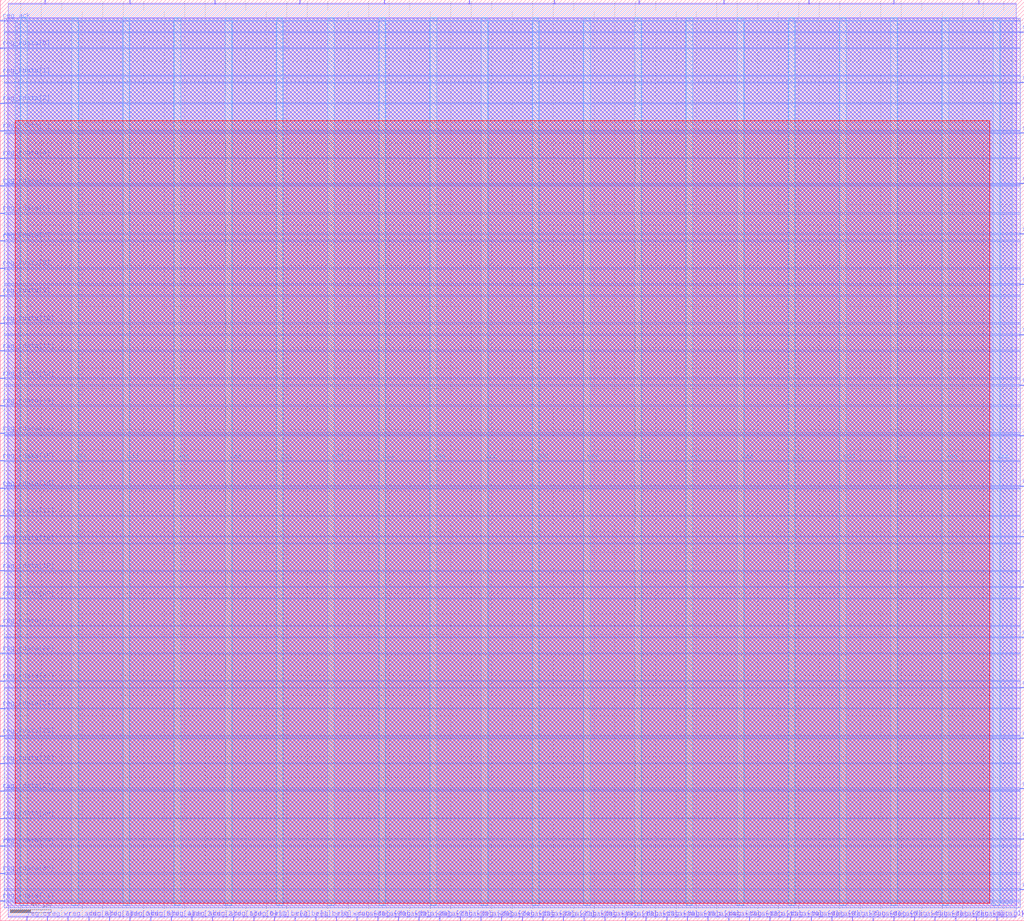
<source format=lef>
VERSION 5.7 ;
  NOWIREEXTENSIONATPIN ON ;
  DIVIDERCHAR "/" ;
  BUSBITCHARS "[]" ;
MACRO uart_i2c_usb_spi_top
  CLASS BLOCK ;
  FOREIGN uart_i2c_usb_spi_top ;
  ORIGIN 0.000 0.000 ;
  SIZE 1000.000 BY 900.000 ;
  PIN app_clk
    DIRECTION INPUT ;
    USE SIGNAL ;
    ANTENNAGATEAREA 0.726000 ;
    ANTENNADIFFAREA 0.410400 ;
    PORT
      LAYER Metal2 ;
        RECT 973.280 0.000 973.840 4.000 ;
    END
  END app_clk
  PIN i2c_rstn
    DIRECTION INPUT ;
    USE SIGNAL ;
    ANTENNAGATEAREA 0.396000 ;
    ANTENNADIFFAREA 0.410400 ;
    PORT
      LAYER Metal2 ;
        RECT 209.440 896.000 210.000 900.000 ;
    END
  END i2c_rstn
  PIN i2cm_intr_o
    DIRECTION OUTPUT TRISTATE ;
    USE SIGNAL ;
    ANTENNADIFFAREA 2.080400 ;
    PORT
      LAYER Metal3 ;
        RECT 996.000 473.760 1000.000 474.320 ;
    END
  END i2cm_intr_o
  PIN reg_ack
    DIRECTION OUTPUT TRISTATE ;
    USE SIGNAL ;
    ANTENNADIFFAREA 1.986000 ;
    PORT
      LAYER Metal3 ;
        RECT 0.000 879.200 4.000 879.760 ;
    END
  END reg_ack
  PIN reg_addr[0]
    DIRECTION INPUT ;
    USE SIGNAL ;
    ANTENNAGATEAREA 0.396000 ;
    ANTENNADIFFAREA 0.410400 ;
    PORT
      LAYER Metal2 ;
        RECT 227.360 0.000 227.920 4.000 ;
    END
  END reg_addr[0]
  PIN reg_addr[1]
    DIRECTION INPUT ;
    USE SIGNAL ;
    ANTENNAGATEAREA 0.396000 ;
    ANTENNADIFFAREA 0.410400 ;
    PORT
      LAYER Metal2 ;
        RECT 207.200 0.000 207.760 4.000 ;
    END
  END reg_addr[1]
  PIN reg_addr[2]
    DIRECTION INPUT ;
    USE SIGNAL ;
    ANTENNAGATEAREA 0.396000 ;
    ANTENNADIFFAREA 0.410400 ;
    PORT
      LAYER Metal2 ;
        RECT 187.040 0.000 187.600 4.000 ;
    END
  END reg_addr[2]
  PIN reg_addr[3]
    DIRECTION INPUT ;
    USE SIGNAL ;
    ANTENNAGATEAREA 0.396000 ;
    ANTENNADIFFAREA 0.410400 ;
    PORT
      LAYER Metal2 ;
        RECT 166.880 0.000 167.440 4.000 ;
    END
  END reg_addr[3]
  PIN reg_addr[4]
    DIRECTION INPUT ;
    USE SIGNAL ;
    ANTENNAGATEAREA 0.396000 ;
    ANTENNADIFFAREA 0.410400 ;
    PORT
      LAYER Metal2 ;
        RECT 146.720 0.000 147.280 4.000 ;
    END
  END reg_addr[4]
  PIN reg_addr[5]
    DIRECTION INPUT ;
    USE SIGNAL ;
    ANTENNAGATEAREA 0.396000 ;
    ANTENNADIFFAREA 0.410400 ;
    PORT
      LAYER Metal2 ;
        RECT 126.560 0.000 127.120 4.000 ;
    END
  END reg_addr[5]
  PIN reg_addr[6]
    DIRECTION INPUT ;
    USE SIGNAL ;
    ANTENNAGATEAREA 0.396000 ;
    ANTENNADIFFAREA 0.410400 ;
    PORT
      LAYER Metal2 ;
        RECT 106.400 0.000 106.960 4.000 ;
    END
  END reg_addr[6]
  PIN reg_addr[7]
    DIRECTION INPUT ;
    USE SIGNAL ;
    ANTENNAGATEAREA 0.396000 ;
    ANTENNADIFFAREA 0.410400 ;
    PORT
      LAYER Metal2 ;
        RECT 86.240 0.000 86.800 4.000 ;
    END
  END reg_addr[7]
  PIN reg_addr[8]
    DIRECTION INPUT ;
    USE SIGNAL ;
    ANTENNAGATEAREA 0.396000 ;
    ANTENNADIFFAREA 0.410400 ;
    PORT
      LAYER Metal2 ;
        RECT 66.080 0.000 66.640 4.000 ;
    END
  END reg_addr[8]
  PIN reg_be[0]
    DIRECTION INPUT ;
    USE SIGNAL ;
    ANTENNAGATEAREA 0.396000 ;
    ANTENNADIFFAREA 0.410400 ;
    PORT
      LAYER Metal2 ;
        RECT 308.000 0.000 308.560 4.000 ;
    END
  END reg_be[0]
  PIN reg_be[1]
    DIRECTION INPUT ;
    USE SIGNAL ;
    ANTENNAGATEAREA 0.396000 ;
    ANTENNADIFFAREA 0.410400 ;
    PORT
      LAYER Metal2 ;
        RECT 287.840 0.000 288.400 4.000 ;
    END
  END reg_be[1]
  PIN reg_be[2]
    DIRECTION INPUT ;
    USE SIGNAL ;
    ANTENNAGATEAREA 0.396000 ;
    ANTENNADIFFAREA 0.410400 ;
    PORT
      LAYER Metal2 ;
        RECT 267.680 0.000 268.240 4.000 ;
    END
  END reg_be[2]
  PIN reg_be[3]
    DIRECTION INPUT ;
    USE SIGNAL ;
    ANTENNAGATEAREA 0.396000 ;
    ANTENNADIFFAREA 0.410400 ;
    PORT
      LAYER Metal2 ;
        RECT 247.520 0.000 248.080 4.000 ;
    END
  END reg_be[3]
  PIN reg_cs
    DIRECTION INPUT ;
    USE SIGNAL ;
    ANTENNAGATEAREA 0.396000 ;
    ANTENNADIFFAREA 0.410400 ;
    PORT
      LAYER Metal2 ;
        RECT 25.760 0.000 26.320 4.000 ;
    END
  END reg_cs
  PIN reg_rdata[0]
    DIRECTION OUTPUT TRISTATE ;
    USE SIGNAL ;
    ANTENNADIFFAREA 1.986000 ;
    PORT
      LAYER Metal3 ;
        RECT 0.000 852.320 4.000 852.880 ;
    END
  END reg_rdata[0]
  PIN reg_rdata[10]
    DIRECTION OUTPUT TRISTATE ;
    USE SIGNAL ;
    ANTENNADIFFAREA 1.986000 ;
    PORT
      LAYER Metal3 ;
        RECT 0.000 583.520 4.000 584.080 ;
    END
  END reg_rdata[10]
  PIN reg_rdata[11]
    DIRECTION OUTPUT TRISTATE ;
    USE SIGNAL ;
    ANTENNADIFFAREA 1.986000 ;
    PORT
      LAYER Metal3 ;
        RECT 0.000 556.640 4.000 557.200 ;
    END
  END reg_rdata[11]
  PIN reg_rdata[12]
    DIRECTION OUTPUT TRISTATE ;
    USE SIGNAL ;
    ANTENNADIFFAREA 2.080400 ;
    PORT
      LAYER Metal3 ;
        RECT 0.000 529.760 4.000 530.320 ;
    END
  END reg_rdata[12]
  PIN reg_rdata[13]
    DIRECTION OUTPUT TRISTATE ;
    USE SIGNAL ;
    ANTENNADIFFAREA 1.986000 ;
    PORT
      LAYER Metal3 ;
        RECT 0.000 502.880 4.000 503.440 ;
    END
  END reg_rdata[13]
  PIN reg_rdata[14]
    DIRECTION OUTPUT TRISTATE ;
    USE SIGNAL ;
    ANTENNADIFFAREA 2.080400 ;
    PORT
      LAYER Metal3 ;
        RECT 0.000 476.000 4.000 476.560 ;
    END
  END reg_rdata[14]
  PIN reg_rdata[15]
    DIRECTION OUTPUT TRISTATE ;
    USE SIGNAL ;
    ANTENNADIFFAREA 2.080400 ;
    PORT
      LAYER Metal3 ;
        RECT 0.000 449.120 4.000 449.680 ;
    END
  END reg_rdata[15]
  PIN reg_rdata[16]
    DIRECTION OUTPUT TRISTATE ;
    USE SIGNAL ;
    ANTENNADIFFAREA 2.080400 ;
    PORT
      LAYER Metal3 ;
        RECT 0.000 422.240 4.000 422.800 ;
    END
  END reg_rdata[16]
  PIN reg_rdata[17]
    DIRECTION OUTPUT TRISTATE ;
    USE SIGNAL ;
    ANTENNADIFFAREA 1.986000 ;
    PORT
      LAYER Metal3 ;
        RECT 0.000 395.360 4.000 395.920 ;
    END
  END reg_rdata[17]
  PIN reg_rdata[18]
    DIRECTION OUTPUT TRISTATE ;
    USE SIGNAL ;
    ANTENNADIFFAREA 2.080400 ;
    PORT
      LAYER Metal3 ;
        RECT 0.000 368.480 4.000 369.040 ;
    END
  END reg_rdata[18]
  PIN reg_rdata[19]
    DIRECTION OUTPUT TRISTATE ;
    USE SIGNAL ;
    ANTENNADIFFAREA 1.986000 ;
    PORT
      LAYER Metal3 ;
        RECT 0.000 341.600 4.000 342.160 ;
    END
  END reg_rdata[19]
  PIN reg_rdata[1]
    DIRECTION OUTPUT TRISTATE ;
    USE SIGNAL ;
    ANTENNADIFFAREA 1.986000 ;
    PORT
      LAYER Metal3 ;
        RECT 0.000 825.440 4.000 826.000 ;
    END
  END reg_rdata[1]
  PIN reg_rdata[20]
    DIRECTION OUTPUT TRISTATE ;
    USE SIGNAL ;
    ANTENNADIFFAREA 1.986000 ;
    PORT
      LAYER Metal3 ;
        RECT 0.000 314.720 4.000 315.280 ;
    END
  END reg_rdata[20]
  PIN reg_rdata[21]
    DIRECTION OUTPUT TRISTATE ;
    USE SIGNAL ;
    ANTENNADIFFAREA 1.986000 ;
    PORT
      LAYER Metal3 ;
        RECT 0.000 287.840 4.000 288.400 ;
    END
  END reg_rdata[21]
  PIN reg_rdata[22]
    DIRECTION OUTPUT TRISTATE ;
    USE SIGNAL ;
    ANTENNADIFFAREA 1.986000 ;
    PORT
      LAYER Metal3 ;
        RECT 0.000 260.960 4.000 261.520 ;
    END
  END reg_rdata[22]
  PIN reg_rdata[23]
    DIRECTION OUTPUT TRISTATE ;
    USE SIGNAL ;
    ANTENNADIFFAREA 2.080400 ;
    PORT
      LAYER Metal3 ;
        RECT 0.000 234.080 4.000 234.640 ;
    END
  END reg_rdata[23]
  PIN reg_rdata[24]
    DIRECTION OUTPUT TRISTATE ;
    USE SIGNAL ;
    ANTENNADIFFAREA 1.986000 ;
    PORT
      LAYER Metal3 ;
        RECT 0.000 207.200 4.000 207.760 ;
    END
  END reg_rdata[24]
  PIN reg_rdata[25]
    DIRECTION OUTPUT TRISTATE ;
    USE SIGNAL ;
    ANTENNADIFFAREA 1.986000 ;
    PORT
      LAYER Metal3 ;
        RECT 0.000 180.320 4.000 180.880 ;
    END
  END reg_rdata[25]
  PIN reg_rdata[26]
    DIRECTION OUTPUT TRISTATE ;
    USE SIGNAL ;
    ANTENNADIFFAREA 2.080400 ;
    PORT
      LAYER Metal3 ;
        RECT 0.000 153.440 4.000 154.000 ;
    END
  END reg_rdata[26]
  PIN reg_rdata[27]
    DIRECTION OUTPUT TRISTATE ;
    USE SIGNAL ;
    ANTENNADIFFAREA 2.080400 ;
    PORT
      LAYER Metal3 ;
        RECT 0.000 126.560 4.000 127.120 ;
    END
  END reg_rdata[27]
  PIN reg_rdata[28]
    DIRECTION OUTPUT TRISTATE ;
    USE SIGNAL ;
    ANTENNADIFFAREA 2.080400 ;
    PORT
      LAYER Metal3 ;
        RECT 0.000 99.680 4.000 100.240 ;
    END
  END reg_rdata[28]
  PIN reg_rdata[29]
    DIRECTION OUTPUT TRISTATE ;
    USE SIGNAL ;
    ANTENNADIFFAREA 1.986000 ;
    PORT
      LAYER Metal3 ;
        RECT 0.000 72.800 4.000 73.360 ;
    END
  END reg_rdata[29]
  PIN reg_rdata[2]
    DIRECTION OUTPUT TRISTATE ;
    USE SIGNAL ;
    ANTENNADIFFAREA 1.986000 ;
    PORT
      LAYER Metal3 ;
        RECT 0.000 798.560 4.000 799.120 ;
    END
  END reg_rdata[2]
  PIN reg_rdata[30]
    DIRECTION OUTPUT TRISTATE ;
    USE SIGNAL ;
    ANTENNADIFFAREA 1.986000 ;
    PORT
      LAYER Metal3 ;
        RECT 0.000 45.920 4.000 46.480 ;
    END
  END reg_rdata[30]
  PIN reg_rdata[31]
    DIRECTION OUTPUT TRISTATE ;
    USE SIGNAL ;
    ANTENNADIFFAREA 1.986000 ;
    PORT
      LAYER Metal3 ;
        RECT 0.000 19.040 4.000 19.600 ;
    END
  END reg_rdata[31]
  PIN reg_rdata[3]
    DIRECTION OUTPUT TRISTATE ;
    USE SIGNAL ;
    ANTENNADIFFAREA 1.986000 ;
    PORT
      LAYER Metal3 ;
        RECT 0.000 771.680 4.000 772.240 ;
    END
  END reg_rdata[3]
  PIN reg_rdata[4]
    DIRECTION OUTPUT TRISTATE ;
    USE SIGNAL ;
    ANTENNADIFFAREA 1.986000 ;
    PORT
      LAYER Metal3 ;
        RECT 0.000 744.800 4.000 745.360 ;
    END
  END reg_rdata[4]
  PIN reg_rdata[5]
    DIRECTION OUTPUT TRISTATE ;
    USE SIGNAL ;
    ANTENNADIFFAREA 1.986000 ;
    PORT
      LAYER Metal3 ;
        RECT 0.000 717.920 4.000 718.480 ;
    END
  END reg_rdata[5]
  PIN reg_rdata[6]
    DIRECTION OUTPUT TRISTATE ;
    USE SIGNAL ;
    ANTENNADIFFAREA 1.986000 ;
    PORT
      LAYER Metal3 ;
        RECT 0.000 691.040 4.000 691.600 ;
    END
  END reg_rdata[6]
  PIN reg_rdata[7]
    DIRECTION OUTPUT TRISTATE ;
    USE SIGNAL ;
    ANTENNADIFFAREA 1.986000 ;
    PORT
      LAYER Metal3 ;
        RECT 0.000 664.160 4.000 664.720 ;
    END
  END reg_rdata[7]
  PIN reg_rdata[8]
    DIRECTION OUTPUT TRISTATE ;
    USE SIGNAL ;
    ANTENNADIFFAREA 1.986000 ;
    PORT
      LAYER Metal3 ;
        RECT 0.000 637.280 4.000 637.840 ;
    END
  END reg_rdata[8]
  PIN reg_rdata[9]
    DIRECTION OUTPUT TRISTATE ;
    USE SIGNAL ;
    ANTENNADIFFAREA 2.080400 ;
    PORT
      LAYER Metal3 ;
        RECT 0.000 610.400 4.000 610.960 ;
    END
  END reg_rdata[9]
  PIN reg_wdata[0]
    DIRECTION INPUT ;
    USE SIGNAL ;
    ANTENNAGATEAREA 0.396000 ;
    ANTENNADIFFAREA 0.410400 ;
    PORT
      LAYER Metal2 ;
        RECT 953.120 0.000 953.680 4.000 ;
    END
  END reg_wdata[0]
  PIN reg_wdata[10]
    DIRECTION INPUT ;
    USE SIGNAL ;
    ANTENNAGATEAREA 0.396000 ;
    ANTENNADIFFAREA 0.410400 ;
    PORT
      LAYER Metal2 ;
        RECT 751.520 0.000 752.080 4.000 ;
    END
  END reg_wdata[10]
  PIN reg_wdata[11]
    DIRECTION INPUT ;
    USE SIGNAL ;
    ANTENNAGATEAREA 0.396000 ;
    ANTENNADIFFAREA 0.410400 ;
    PORT
      LAYER Metal2 ;
        RECT 731.360 0.000 731.920 4.000 ;
    END
  END reg_wdata[11]
  PIN reg_wdata[12]
    DIRECTION INPUT ;
    USE SIGNAL ;
    ANTENNAGATEAREA 0.396000 ;
    ANTENNADIFFAREA 0.410400 ;
    PORT
      LAYER Metal2 ;
        RECT 711.200 0.000 711.760 4.000 ;
    END
  END reg_wdata[12]
  PIN reg_wdata[13]
    DIRECTION INPUT ;
    USE SIGNAL ;
    ANTENNAGATEAREA 0.396000 ;
    ANTENNADIFFAREA 0.410400 ;
    PORT
      LAYER Metal2 ;
        RECT 691.040 0.000 691.600 4.000 ;
    END
  END reg_wdata[13]
  PIN reg_wdata[14]
    DIRECTION INPUT ;
    USE SIGNAL ;
    ANTENNAGATEAREA 0.396000 ;
    ANTENNADIFFAREA 0.410400 ;
    PORT
      LAYER Metal2 ;
        RECT 670.880 0.000 671.440 4.000 ;
    END
  END reg_wdata[14]
  PIN reg_wdata[15]
    DIRECTION INPUT ;
    USE SIGNAL ;
    ANTENNAGATEAREA 0.396000 ;
    ANTENNADIFFAREA 0.410400 ;
    PORT
      LAYER Metal2 ;
        RECT 650.720 0.000 651.280 4.000 ;
    END
  END reg_wdata[15]
  PIN reg_wdata[16]
    DIRECTION INPUT ;
    USE SIGNAL ;
    ANTENNAGATEAREA 0.396000 ;
    ANTENNADIFFAREA 0.410400 ;
    PORT
      LAYER Metal2 ;
        RECT 630.560 0.000 631.120 4.000 ;
    END
  END reg_wdata[16]
  PIN reg_wdata[17]
    DIRECTION INPUT ;
    USE SIGNAL ;
    ANTENNAGATEAREA 0.396000 ;
    ANTENNADIFFAREA 0.410400 ;
    PORT
      LAYER Metal2 ;
        RECT 610.400 0.000 610.960 4.000 ;
    END
  END reg_wdata[17]
  PIN reg_wdata[18]
    DIRECTION INPUT ;
    USE SIGNAL ;
    ANTENNAGATEAREA 0.396000 ;
    ANTENNADIFFAREA 0.410400 ;
    PORT
      LAYER Metal2 ;
        RECT 590.240 0.000 590.800 4.000 ;
    END
  END reg_wdata[18]
  PIN reg_wdata[19]
    DIRECTION INPUT ;
    USE SIGNAL ;
    ANTENNAGATEAREA 0.396000 ;
    ANTENNADIFFAREA 0.410400 ;
    PORT
      LAYER Metal2 ;
        RECT 570.080 0.000 570.640 4.000 ;
    END
  END reg_wdata[19]
  PIN reg_wdata[1]
    DIRECTION INPUT ;
    USE SIGNAL ;
    ANTENNAGATEAREA 0.396000 ;
    ANTENNADIFFAREA 0.410400 ;
    PORT
      LAYER Metal2 ;
        RECT 932.960 0.000 933.520 4.000 ;
    END
  END reg_wdata[1]
  PIN reg_wdata[20]
    DIRECTION INPUT ;
    USE SIGNAL ;
    ANTENNAGATEAREA 0.396000 ;
    ANTENNADIFFAREA 0.410400 ;
    PORT
      LAYER Metal2 ;
        RECT 549.920 0.000 550.480 4.000 ;
    END
  END reg_wdata[20]
  PIN reg_wdata[21]
    DIRECTION INPUT ;
    USE SIGNAL ;
    ANTENNAGATEAREA 0.396000 ;
    ANTENNADIFFAREA 0.410400 ;
    PORT
      LAYER Metal2 ;
        RECT 529.760 0.000 530.320 4.000 ;
    END
  END reg_wdata[21]
  PIN reg_wdata[22]
    DIRECTION INPUT ;
    USE SIGNAL ;
    ANTENNAGATEAREA 0.396000 ;
    ANTENNADIFFAREA 0.410400 ;
    PORT
      LAYER Metal2 ;
        RECT 509.600 0.000 510.160 4.000 ;
    END
  END reg_wdata[22]
  PIN reg_wdata[23]
    DIRECTION INPUT ;
    USE SIGNAL ;
    ANTENNAGATEAREA 0.396000 ;
    ANTENNADIFFAREA 0.410400 ;
    PORT
      LAYER Metal2 ;
        RECT 489.440 0.000 490.000 4.000 ;
    END
  END reg_wdata[23]
  PIN reg_wdata[24]
    DIRECTION INPUT ;
    USE SIGNAL ;
    ANTENNAGATEAREA 0.396000 ;
    ANTENNADIFFAREA 0.410400 ;
    PORT
      LAYER Metal2 ;
        RECT 469.280 0.000 469.840 4.000 ;
    END
  END reg_wdata[24]
  PIN reg_wdata[25]
    DIRECTION INPUT ;
    USE SIGNAL ;
    ANTENNAGATEAREA 0.396000 ;
    ANTENNADIFFAREA 0.410400 ;
    PORT
      LAYER Metal2 ;
        RECT 449.120 0.000 449.680 4.000 ;
    END
  END reg_wdata[25]
  PIN reg_wdata[26]
    DIRECTION INPUT ;
    USE SIGNAL ;
    ANTENNAGATEAREA 0.396000 ;
    ANTENNADIFFAREA 0.410400 ;
    PORT
      LAYER Metal2 ;
        RECT 428.960 0.000 429.520 4.000 ;
    END
  END reg_wdata[26]
  PIN reg_wdata[27]
    DIRECTION INPUT ;
    USE SIGNAL ;
    ANTENNAGATEAREA 0.396000 ;
    ANTENNADIFFAREA 0.410400 ;
    PORT
      LAYER Metal2 ;
        RECT 408.800 0.000 409.360 4.000 ;
    END
  END reg_wdata[27]
  PIN reg_wdata[28]
    DIRECTION INPUT ;
    USE SIGNAL ;
    ANTENNAGATEAREA 0.396000 ;
    ANTENNADIFFAREA 0.410400 ;
    PORT
      LAYER Metal2 ;
        RECT 388.640 0.000 389.200 4.000 ;
    END
  END reg_wdata[28]
  PIN reg_wdata[29]
    DIRECTION INPUT ;
    USE SIGNAL ;
    ANTENNAGATEAREA 0.396000 ;
    ANTENNADIFFAREA 0.410400 ;
    PORT
      LAYER Metal2 ;
        RECT 368.480 0.000 369.040 4.000 ;
    END
  END reg_wdata[29]
  PIN reg_wdata[2]
    DIRECTION INPUT ;
    USE SIGNAL ;
    ANTENNAGATEAREA 0.396000 ;
    ANTENNADIFFAREA 0.410400 ;
    PORT
      LAYER Metal2 ;
        RECT 912.800 0.000 913.360 4.000 ;
    END
  END reg_wdata[2]
  PIN reg_wdata[30]
    DIRECTION INPUT ;
    USE SIGNAL ;
    ANTENNAGATEAREA 0.396000 ;
    ANTENNADIFFAREA 0.410400 ;
    PORT
      LAYER Metal2 ;
        RECT 348.320 0.000 348.880 4.000 ;
    END
  END reg_wdata[30]
  PIN reg_wdata[31]
    DIRECTION INPUT ;
    USE SIGNAL ;
    ANTENNAGATEAREA 0.396000 ;
    ANTENNADIFFAREA 0.410400 ;
    PORT
      LAYER Metal2 ;
        RECT 328.160 0.000 328.720 4.000 ;
    END
  END reg_wdata[31]
  PIN reg_wdata[3]
    DIRECTION INPUT ;
    USE SIGNAL ;
    ANTENNAGATEAREA 0.396000 ;
    ANTENNADIFFAREA 0.410400 ;
    PORT
      LAYER Metal2 ;
        RECT 892.640 0.000 893.200 4.000 ;
    END
  END reg_wdata[3]
  PIN reg_wdata[4]
    DIRECTION INPUT ;
    USE SIGNAL ;
    ANTENNAGATEAREA 0.396000 ;
    ANTENNADIFFAREA 0.410400 ;
    PORT
      LAYER Metal2 ;
        RECT 872.480 0.000 873.040 4.000 ;
    END
  END reg_wdata[4]
  PIN reg_wdata[5]
    DIRECTION INPUT ;
    USE SIGNAL ;
    ANTENNAGATEAREA 0.396000 ;
    ANTENNADIFFAREA 0.410400 ;
    PORT
      LAYER Metal2 ;
        RECT 852.320 0.000 852.880 4.000 ;
    END
  END reg_wdata[5]
  PIN reg_wdata[6]
    DIRECTION INPUT ;
    USE SIGNAL ;
    ANTENNAGATEAREA 0.396000 ;
    ANTENNADIFFAREA 0.410400 ;
    PORT
      LAYER Metal2 ;
        RECT 832.160 0.000 832.720 4.000 ;
    END
  END reg_wdata[6]
  PIN reg_wdata[7]
    DIRECTION INPUT ;
    USE SIGNAL ;
    ANTENNAGATEAREA 0.396000 ;
    ANTENNADIFFAREA 0.410400 ;
    PORT
      LAYER Metal2 ;
        RECT 812.000 0.000 812.560 4.000 ;
    END
  END reg_wdata[7]
  PIN reg_wdata[8]
    DIRECTION INPUT ;
    USE SIGNAL ;
    ANTENNAGATEAREA 0.396000 ;
    ANTENNADIFFAREA 0.410400 ;
    PORT
      LAYER Metal2 ;
        RECT 791.840 0.000 792.400 4.000 ;
    END
  END reg_wdata[8]
  PIN reg_wdata[9]
    DIRECTION INPUT ;
    USE SIGNAL ;
    ANTENNAGATEAREA 0.396000 ;
    ANTENNADIFFAREA 0.410400 ;
    PORT
      LAYER Metal2 ;
        RECT 771.680 0.000 772.240 4.000 ;
    END
  END reg_wdata[9]
  PIN reg_wr
    DIRECTION INPUT ;
    USE SIGNAL ;
    ANTENNAGATEAREA 0.396000 ;
    ANTENNADIFFAREA 0.410400 ;
    PORT
      LAYER Metal2 ;
        RECT 45.920 0.000 46.480 4.000 ;
    END
  END reg_wr
  PIN scl_pad_i
    DIRECTION INPUT ;
    USE SIGNAL ;
    ANTENNAGATEAREA 0.498500 ;
    ANTENNADIFFAREA 0.410400 ;
    PORT
      LAYER Metal2 ;
        RECT 540.960 896.000 541.520 900.000 ;
    END
  END scl_pad_i
  PIN scl_pad_o
    DIRECTION OUTPUT TRISTATE ;
    USE SIGNAL ;
    ANTENNADIFFAREA 0.360800 ;
    PORT
      LAYER Metal2 ;
        RECT 623.840 896.000 624.400 900.000 ;
    END
  END scl_pad_o
  PIN scl_pad_oen_o
    DIRECTION OUTPUT TRISTATE ;
    USE SIGNAL ;
    ANTENNADIFFAREA 2.080400 ;
    PORT
      LAYER Metal2 ;
        RECT 706.720 896.000 707.280 900.000 ;
    END
  END scl_pad_oen_o
  PIN sda_pad_i
    DIRECTION INPUT ;
    USE SIGNAL ;
    ANTENNAGATEAREA 1.102000 ;
    ANTENNADIFFAREA 0.410400 ;
    PORT
      LAYER Metal2 ;
        RECT 789.600 896.000 790.160 900.000 ;
    END
  END sda_pad_i
  PIN sda_pad_o
    DIRECTION OUTPUT TRISTATE ;
    USE SIGNAL ;
    ANTENNADIFFAREA 0.360800 ;
    PORT
      LAYER Metal2 ;
        RECT 872.480 896.000 873.040 900.000 ;
    END
  END sda_pad_o
  PIN sda_padoen_o
    DIRECTION OUTPUT TRISTATE ;
    USE SIGNAL ;
    ANTENNADIFFAREA 2.080400 ;
    PORT
      LAYER Metal2 ;
        RECT 955.360 896.000 955.920 900.000 ;
    END
  END sda_padoen_o
  PIN spi_rstn
    DIRECTION INPUT ;
    USE SIGNAL ;
    ANTENNAGATEAREA 0.741000 ;
    ANTENNADIFFAREA 0.410400 ;
    PORT
      LAYER Metal2 ;
        RECT 375.200 896.000 375.760 900.000 ;
    END
  END spi_rstn
  PIN sspim_sck
    DIRECTION OUTPUT TRISTATE ;
    USE SIGNAL ;
    ANTENNADIFFAREA 1.986000 ;
    PORT
      LAYER Metal3 ;
        RECT 996.000 572.320 1000.000 572.880 ;
    END
  END sspim_sck
  PIN sspim_si
    DIRECTION INPUT ;
    USE SIGNAL ;
    ANTENNAGATEAREA 2.204000 ;
    ANTENNADIFFAREA 0.410400 ;
    PORT
      LAYER Metal3 ;
        RECT 996.000 621.600 1000.000 622.160 ;
    END
  END sspim_si
  PIN sspim_so
    DIRECTION OUTPUT TRISTATE ;
    USE SIGNAL ;
    ANTENNADIFFAREA 1.986000 ;
    PORT
      LAYER Metal3 ;
        RECT 996.000 670.880 1000.000 671.440 ;
    END
  END sspim_so
  PIN sspim_ssn[0]
    DIRECTION OUTPUT TRISTATE ;
    USE SIGNAL ;
    ANTENNADIFFAREA 1.986000 ;
    PORT
      LAYER Metal3 ;
        RECT 996.000 868.000 1000.000 868.560 ;
    END
  END sspim_ssn[0]
  PIN sspim_ssn[1]
    DIRECTION OUTPUT TRISTATE ;
    USE SIGNAL ;
    ANTENNADIFFAREA 1.986000 ;
    PORT
      LAYER Metal3 ;
        RECT 996.000 818.720 1000.000 819.280 ;
    END
  END sspim_ssn[1]
  PIN sspim_ssn[2]
    DIRECTION OUTPUT TRISTATE ;
    USE SIGNAL ;
    ANTENNADIFFAREA 1.986000 ;
    PORT
      LAYER Metal3 ;
        RECT 996.000 769.440 1000.000 770.000 ;
    END
  END sspim_ssn[2]
  PIN sspim_ssn[3]
    DIRECTION OUTPUT TRISTATE ;
    USE SIGNAL ;
    ANTENNADIFFAREA 2.080400 ;
    PORT
      LAYER Metal3 ;
        RECT 996.000 720.160 1000.000 720.720 ;
    END
  END sspim_ssn[3]
  PIN uart_rstn[0]
    DIRECTION INPUT ;
    USE SIGNAL ;
    ANTENNAGATEAREA 0.396000 ;
    ANTENNADIFFAREA 0.410400 ;
    PORT
      LAYER Metal2 ;
        RECT 126.560 896.000 127.120 900.000 ;
    END
  END uart_rstn[0]
  PIN uart_rstn[1]
    DIRECTION INPUT ;
    USE SIGNAL ;
    ANTENNAGATEAREA 0.396000 ;
    ANTENNADIFFAREA 0.410400 ;
    PORT
      LAYER Metal2 ;
        RECT 43.680 896.000 44.240 900.000 ;
    END
  END uart_rstn[1]
  PIN uart_rxd[0]
    DIRECTION INPUT ;
    USE SIGNAL ;
    ANTENNAGATEAREA 1.102000 ;
    ANTENNADIFFAREA 0.410400 ;
    PORT
      LAYER Metal3 ;
        RECT 996.000 30.240 1000.000 30.800 ;
    END
  END uart_rxd[0]
  PIN uart_rxd[1]
    DIRECTION INPUT ;
    USE SIGNAL ;
    ANTENNAGATEAREA 0.726000 ;
    ANTENNADIFFAREA 0.410400 ;
    PORT
      LAYER Metal3 ;
        RECT 996.000 128.800 1000.000 129.360 ;
    END
  END uart_rxd[1]
  PIN uart_txd[0]
    DIRECTION OUTPUT TRISTATE ;
    USE SIGNAL ;
    ANTENNADIFFAREA 1.986000 ;
    PORT
      LAYER Metal3 ;
        RECT 996.000 79.520 1000.000 80.080 ;
    END
  END uart_txd[0]
  PIN uart_txd[1]
    DIRECTION OUTPUT TRISTATE ;
    USE SIGNAL ;
    ANTENNADIFFAREA 1.986000 ;
    PORT
      LAYER Metal3 ;
        RECT 996.000 178.080 1000.000 178.640 ;
    END
  END uart_txd[1]
  PIN usb_clk
    DIRECTION INPUT ;
    USE SIGNAL ;
    ANTENNAGATEAREA 1.102000 ;
    ANTENNADIFFAREA 0.410400 ;
    PORT
      LAYER Metal2 ;
        RECT 458.080 896.000 458.640 900.000 ;
    END
  END usb_clk
  PIN usb_in_dn
    DIRECTION INPUT ;
    USE SIGNAL ;
    ANTENNAGATEAREA 0.498500 ;
    ANTENNADIFFAREA 0.410400 ;
    PORT
      LAYER Metal3 ;
        RECT 996.000 276.640 1000.000 277.200 ;
    END
  END usb_in_dn
  PIN usb_in_dp
    DIRECTION INPUT ;
    USE SIGNAL ;
    ANTENNAGATEAREA 0.498500 ;
    ANTENNADIFFAREA 0.410400 ;
    PORT
      LAYER Metal3 ;
        RECT 996.000 227.360 1000.000 227.920 ;
    END
  END usb_in_dp
  PIN usb_intr_o
    DIRECTION OUTPUT TRISTATE ;
    USE SIGNAL ;
    ANTENNADIFFAREA 2.080400 ;
    PORT
      LAYER Metal3 ;
        RECT 996.000 523.040 1000.000 523.600 ;
    END
  END usb_intr_o
  PIN usb_out_dn
    DIRECTION OUTPUT TRISTATE ;
    USE SIGNAL ;
    ANTENNADIFFAREA 2.080400 ;
    PORT
      LAYER Metal3 ;
        RECT 996.000 375.200 1000.000 375.760 ;
    END
  END usb_out_dn
  PIN usb_out_dp
    DIRECTION OUTPUT TRISTATE ;
    USE SIGNAL ;
    ANTENNADIFFAREA 2.080400 ;
    PORT
      LAYER Metal3 ;
        RECT 996.000 325.920 1000.000 326.480 ;
    END
  END usb_out_dp
  PIN usb_out_tx_oen
    DIRECTION OUTPUT TRISTATE ;
    USE SIGNAL ;
    ANTENNADIFFAREA 2.080400 ;
    PORT
      LAYER Metal3 ;
        RECT 996.000 424.480 1000.000 425.040 ;
    END
  END usb_out_tx_oen
  PIN usb_rstn
    DIRECTION INPUT ;
    USE SIGNAL ;
    ANTENNAGATEAREA 0.396000 ;
    ANTENNADIFFAREA 0.410400 ;
    PORT
      LAYER Metal2 ;
        RECT 292.320 896.000 292.880 900.000 ;
    END
  END usb_rstn
  PIN vdd
    DIRECTION INOUT ;
    USE POWER ;
    PORT
      LAYER Metal4 ;
        RECT 19.940 15.380 26.140 882.300 ;
    END
    PORT
      LAYER Metal4 ;
        RECT 119.940 15.380 126.140 882.300 ;
    END
    PORT
      LAYER Metal4 ;
        RECT 219.940 15.380 226.140 882.300 ;
    END
    PORT
      LAYER Metal4 ;
        RECT 319.940 15.380 326.140 882.300 ;
    END
    PORT
      LAYER Metal4 ;
        RECT 419.940 15.380 426.140 882.300 ;
    END
    PORT
      LAYER Metal4 ;
        RECT 519.940 15.380 526.140 882.300 ;
    END
    PORT
      LAYER Metal4 ;
        RECT 619.940 15.380 626.140 882.300 ;
    END
    PORT
      LAYER Metal4 ;
        RECT 719.940 15.380 726.140 882.300 ;
    END
    PORT
      LAYER Metal4 ;
        RECT 819.940 15.380 826.140 882.300 ;
    END
    PORT
      LAYER Metal4 ;
        RECT 919.940 15.380 926.140 882.300 ;
    END
  END vdd
  PIN vss
    DIRECTION INOUT ;
    USE GROUND ;
    PORT
      LAYER Metal4 ;
        RECT 69.940 15.380 76.140 882.300 ;
    END
    PORT
      LAYER Metal4 ;
        RECT 169.940 15.380 176.140 882.300 ;
    END
    PORT
      LAYER Metal4 ;
        RECT 269.940 15.380 276.140 882.300 ;
    END
    PORT
      LAYER Metal4 ;
        RECT 369.940 15.380 376.140 882.300 ;
    END
    PORT
      LAYER Metal4 ;
        RECT 469.940 15.380 476.140 882.300 ;
    END
    PORT
      LAYER Metal4 ;
        RECT 569.940 15.380 576.140 882.300 ;
    END
    PORT
      LAYER Metal4 ;
        RECT 669.940 15.380 676.140 882.300 ;
    END
    PORT
      LAYER Metal4 ;
        RECT 769.940 15.380 776.140 882.300 ;
    END
    PORT
      LAYER Metal4 ;
        RECT 869.940 15.380 876.140 882.300 ;
    END
    PORT
      LAYER Metal4 ;
        RECT 969.940 15.380 976.140 882.300 ;
    END
  END vss
  OBS
      LAYER Metal1 ;
        RECT 6.720 14.710 992.880 882.300 ;
      LAYER Metal2 ;
        RECT 7.980 895.700 43.380 896.420 ;
        RECT 44.540 895.700 126.260 896.420 ;
        RECT 127.420 895.700 209.140 896.420 ;
        RECT 210.300 895.700 292.020 896.420 ;
        RECT 293.180 895.700 374.900 896.420 ;
        RECT 376.060 895.700 457.780 896.420 ;
        RECT 458.940 895.700 540.660 896.420 ;
        RECT 541.820 895.700 623.540 896.420 ;
        RECT 624.700 895.700 706.420 896.420 ;
        RECT 707.580 895.700 789.300 896.420 ;
        RECT 790.460 895.700 872.180 896.420 ;
        RECT 873.340 895.700 955.060 896.420 ;
        RECT 956.220 895.700 992.180 896.420 ;
        RECT 7.980 4.300 992.180 895.700 ;
        RECT 7.980 3.500 25.460 4.300 ;
        RECT 26.620 3.500 45.620 4.300 ;
        RECT 46.780 3.500 65.780 4.300 ;
        RECT 66.940 3.500 85.940 4.300 ;
        RECT 87.100 3.500 106.100 4.300 ;
        RECT 107.260 3.500 126.260 4.300 ;
        RECT 127.420 3.500 146.420 4.300 ;
        RECT 147.580 3.500 166.580 4.300 ;
        RECT 167.740 3.500 186.740 4.300 ;
        RECT 187.900 3.500 206.900 4.300 ;
        RECT 208.060 3.500 227.060 4.300 ;
        RECT 228.220 3.500 247.220 4.300 ;
        RECT 248.380 3.500 267.380 4.300 ;
        RECT 268.540 3.500 287.540 4.300 ;
        RECT 288.700 3.500 307.700 4.300 ;
        RECT 308.860 3.500 327.860 4.300 ;
        RECT 329.020 3.500 348.020 4.300 ;
        RECT 349.180 3.500 368.180 4.300 ;
        RECT 369.340 3.500 388.340 4.300 ;
        RECT 389.500 3.500 408.500 4.300 ;
        RECT 409.660 3.500 428.660 4.300 ;
        RECT 429.820 3.500 448.820 4.300 ;
        RECT 449.980 3.500 468.980 4.300 ;
        RECT 470.140 3.500 489.140 4.300 ;
        RECT 490.300 3.500 509.300 4.300 ;
        RECT 510.460 3.500 529.460 4.300 ;
        RECT 530.620 3.500 549.620 4.300 ;
        RECT 550.780 3.500 569.780 4.300 ;
        RECT 570.940 3.500 589.940 4.300 ;
        RECT 591.100 3.500 610.100 4.300 ;
        RECT 611.260 3.500 630.260 4.300 ;
        RECT 631.420 3.500 650.420 4.300 ;
        RECT 651.580 3.500 670.580 4.300 ;
        RECT 671.740 3.500 690.740 4.300 ;
        RECT 691.900 3.500 710.900 4.300 ;
        RECT 712.060 3.500 731.060 4.300 ;
        RECT 732.220 3.500 751.220 4.300 ;
        RECT 752.380 3.500 771.380 4.300 ;
        RECT 772.540 3.500 791.540 4.300 ;
        RECT 792.700 3.500 811.700 4.300 ;
        RECT 812.860 3.500 831.860 4.300 ;
        RECT 833.020 3.500 852.020 4.300 ;
        RECT 853.180 3.500 872.180 4.300 ;
        RECT 873.340 3.500 892.340 4.300 ;
        RECT 893.500 3.500 912.500 4.300 ;
        RECT 913.660 3.500 932.660 4.300 ;
        RECT 933.820 3.500 952.820 4.300 ;
        RECT 953.980 3.500 972.980 4.300 ;
        RECT 974.140 3.500 992.180 4.300 ;
      LAYER Metal3 ;
        RECT 4.000 880.060 996.000 882.140 ;
        RECT 4.300 878.900 996.000 880.060 ;
        RECT 4.000 868.860 996.000 878.900 ;
        RECT 4.000 867.700 995.700 868.860 ;
        RECT 4.000 853.180 996.000 867.700 ;
        RECT 4.300 852.020 996.000 853.180 ;
        RECT 4.000 826.300 996.000 852.020 ;
        RECT 4.300 825.140 996.000 826.300 ;
        RECT 4.000 819.580 996.000 825.140 ;
        RECT 4.000 818.420 995.700 819.580 ;
        RECT 4.000 799.420 996.000 818.420 ;
        RECT 4.300 798.260 996.000 799.420 ;
        RECT 4.000 772.540 996.000 798.260 ;
        RECT 4.300 771.380 996.000 772.540 ;
        RECT 4.000 770.300 996.000 771.380 ;
        RECT 4.000 769.140 995.700 770.300 ;
        RECT 4.000 745.660 996.000 769.140 ;
        RECT 4.300 744.500 996.000 745.660 ;
        RECT 4.000 721.020 996.000 744.500 ;
        RECT 4.000 719.860 995.700 721.020 ;
        RECT 4.000 718.780 996.000 719.860 ;
        RECT 4.300 717.620 996.000 718.780 ;
        RECT 4.000 691.900 996.000 717.620 ;
        RECT 4.300 690.740 996.000 691.900 ;
        RECT 4.000 671.740 996.000 690.740 ;
        RECT 4.000 670.580 995.700 671.740 ;
        RECT 4.000 665.020 996.000 670.580 ;
        RECT 4.300 663.860 996.000 665.020 ;
        RECT 4.000 638.140 996.000 663.860 ;
        RECT 4.300 636.980 996.000 638.140 ;
        RECT 4.000 622.460 996.000 636.980 ;
        RECT 4.000 621.300 995.700 622.460 ;
        RECT 4.000 611.260 996.000 621.300 ;
        RECT 4.300 610.100 996.000 611.260 ;
        RECT 4.000 584.380 996.000 610.100 ;
        RECT 4.300 583.220 996.000 584.380 ;
        RECT 4.000 573.180 996.000 583.220 ;
        RECT 4.000 572.020 995.700 573.180 ;
        RECT 4.000 557.500 996.000 572.020 ;
        RECT 4.300 556.340 996.000 557.500 ;
        RECT 4.000 530.620 996.000 556.340 ;
        RECT 4.300 529.460 996.000 530.620 ;
        RECT 4.000 523.900 996.000 529.460 ;
        RECT 4.000 522.740 995.700 523.900 ;
        RECT 4.000 503.740 996.000 522.740 ;
        RECT 4.300 502.580 996.000 503.740 ;
        RECT 4.000 476.860 996.000 502.580 ;
        RECT 4.300 475.700 996.000 476.860 ;
        RECT 4.000 474.620 996.000 475.700 ;
        RECT 4.000 473.460 995.700 474.620 ;
        RECT 4.000 449.980 996.000 473.460 ;
        RECT 4.300 448.820 996.000 449.980 ;
        RECT 4.000 425.340 996.000 448.820 ;
        RECT 4.000 424.180 995.700 425.340 ;
        RECT 4.000 423.100 996.000 424.180 ;
        RECT 4.300 421.940 996.000 423.100 ;
        RECT 4.000 396.220 996.000 421.940 ;
        RECT 4.300 395.060 996.000 396.220 ;
        RECT 4.000 376.060 996.000 395.060 ;
        RECT 4.000 374.900 995.700 376.060 ;
        RECT 4.000 369.340 996.000 374.900 ;
        RECT 4.300 368.180 996.000 369.340 ;
        RECT 4.000 342.460 996.000 368.180 ;
        RECT 4.300 341.300 996.000 342.460 ;
        RECT 4.000 326.780 996.000 341.300 ;
        RECT 4.000 325.620 995.700 326.780 ;
        RECT 4.000 315.580 996.000 325.620 ;
        RECT 4.300 314.420 996.000 315.580 ;
        RECT 4.000 288.700 996.000 314.420 ;
        RECT 4.300 287.540 996.000 288.700 ;
        RECT 4.000 277.500 996.000 287.540 ;
        RECT 4.000 276.340 995.700 277.500 ;
        RECT 4.000 261.820 996.000 276.340 ;
        RECT 4.300 260.660 996.000 261.820 ;
        RECT 4.000 234.940 996.000 260.660 ;
        RECT 4.300 233.780 996.000 234.940 ;
        RECT 4.000 228.220 996.000 233.780 ;
        RECT 4.000 227.060 995.700 228.220 ;
        RECT 4.000 208.060 996.000 227.060 ;
        RECT 4.300 206.900 996.000 208.060 ;
        RECT 4.000 181.180 996.000 206.900 ;
        RECT 4.300 180.020 996.000 181.180 ;
        RECT 4.000 178.940 996.000 180.020 ;
        RECT 4.000 177.780 995.700 178.940 ;
        RECT 4.000 154.300 996.000 177.780 ;
        RECT 4.300 153.140 996.000 154.300 ;
        RECT 4.000 129.660 996.000 153.140 ;
        RECT 4.000 128.500 995.700 129.660 ;
        RECT 4.000 127.420 996.000 128.500 ;
        RECT 4.300 126.260 996.000 127.420 ;
        RECT 4.000 100.540 996.000 126.260 ;
        RECT 4.300 99.380 996.000 100.540 ;
        RECT 4.000 80.380 996.000 99.380 ;
        RECT 4.000 79.220 995.700 80.380 ;
        RECT 4.000 73.660 996.000 79.220 ;
        RECT 4.300 72.500 996.000 73.660 ;
        RECT 4.000 46.780 996.000 72.500 ;
        RECT 4.300 45.620 996.000 46.780 ;
        RECT 4.000 31.100 996.000 45.620 ;
        RECT 4.000 29.940 995.700 31.100 ;
        RECT 4.000 19.900 996.000 29.940 ;
        RECT 4.300 18.740 996.000 19.900 ;
        RECT 4.000 12.460 996.000 18.740 ;
      LAYER Metal4 ;
        RECT 14.700 16.890 19.640 879.110 ;
        RECT 26.440 16.890 69.640 879.110 ;
        RECT 76.440 16.890 119.640 879.110 ;
        RECT 126.440 16.890 169.640 879.110 ;
        RECT 176.440 16.890 219.640 879.110 ;
        RECT 226.440 16.890 269.640 879.110 ;
        RECT 276.440 16.890 319.640 879.110 ;
        RECT 326.440 16.890 369.640 879.110 ;
        RECT 376.440 16.890 419.640 879.110 ;
        RECT 426.440 16.890 469.640 879.110 ;
        RECT 476.440 16.890 519.640 879.110 ;
        RECT 526.440 16.890 569.640 879.110 ;
        RECT 576.440 16.890 619.640 879.110 ;
        RECT 626.440 16.890 669.640 879.110 ;
        RECT 676.440 16.890 719.640 879.110 ;
        RECT 726.440 16.890 769.640 879.110 ;
        RECT 776.440 16.890 819.640 879.110 ;
        RECT 826.440 16.890 869.640 879.110 ;
        RECT 876.440 16.890 919.640 879.110 ;
        RECT 926.440 16.890 969.640 879.110 ;
        RECT 976.440 16.890 988.260 879.110 ;
      LAYER Metal5 ;
        RECT 14.620 17.330 966.500 781.870 ;
  END
END uart_i2c_usb_spi_top
END LIBRARY


</source>
